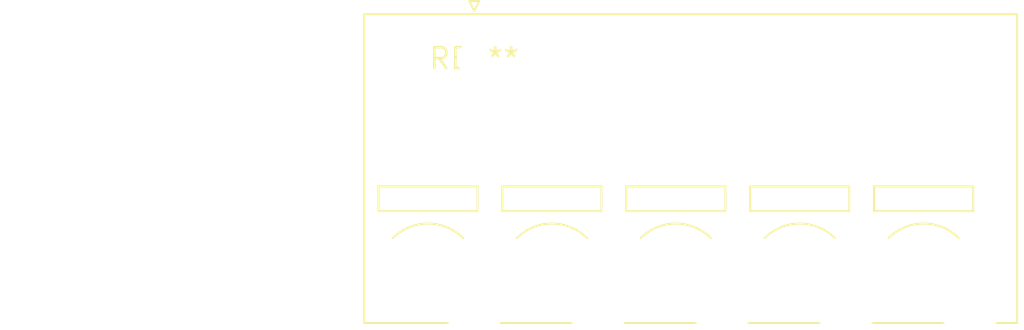
<source format=kicad_pcb>
(kicad_pcb (version 20240108) (generator pcbnew)
  (layers (0 "F.Cu" signal) (31 "B.Cu" signal) (34 "B.Paste" user) (35 "F.Paste" user) (36 "B.SilkS" user "B.Silkscreen") (37 "F.SilkS" user "F.Silkscreen") (38 "B.Mask" user) (39 "F.Mask" user) (44 "Edge.Cuts" user))
  (net 0 "")
  (footprint "PhoenixContact_SPT_5_5-V-7.5-ZB_1x05_P7.5mm_Vertical" (layer "F.Cu") (at 0 0)
    (property "Reference" "REF**")
    (property "Value" "PhoenixContact_SPT_5_5-V-7.5-ZB_1x05_P7.5mm_Vertical")
    (fp_line (start -6.66 -2.69) (end 32.86 -2.69) (layer "F.SilkS") (stroke (width 0.12)))
    (fp_line (start -6.66 16.03) (end -6.66 -2.69) (layer "F.SilkS") (stroke (width 0.12)))
    (fp_line (start -6.66 16.03) (end -1.6 16.03) (layer "F.SilkS") (stroke (width 0.12)))
    (fp_line (start -5.8 7.75) (end -5.8 9.25) (layer "F.SilkS") (stroke (width 0.12)))
    (fp_line (start -5.8 9.25) (end 0.2 9.25) (layer "F.SilkS") (stroke (width 0.12)))
    (fp_line (start -0.3 -3.49) (end 0 -2.89) (layer "F.SilkS") (stroke (width 0.12)))
    (fp_line (start -0.3 -3.49) (end 0.3 -3.49) (layer "F.SilkS") (stroke (width 0.12)))
    (fp_line (start 0.2 7.75) (end -5.8 7.75) (layer "F.SilkS") (stroke (width 0.12)))
    (fp_line (start 0.2 9.25) (end 0.2 7.75) (layer "F.SilkS") (stroke (width 0.12)))
    (fp_line (start 0.3 -3.49) (end 0 -2.89) (layer "F.SilkS") (stroke (width 0.12)))
    (fp_line (start 1.6 16.03) (end 5.9 16.03) (layer "F.SilkS") (stroke (width 0.12)))
    (fp_line (start 1.7 7.75) (end 1.7 9.25) (layer "F.SilkS") (stroke (width 0.12)))
    (fp_line (start 1.7 9.25) (end 7.7 9.25) (layer "F.SilkS") (stroke (width 0.12)))
    (fp_line (start 7.7 7.75) (end 1.7 7.75) (layer "F.SilkS") (stroke (width 0.12)))
    (fp_line (start 7.7 9.25) (end 7.7 7.75) (layer "F.SilkS") (stroke (width 0.12)))
    (fp_line (start 9.1 16.03) (end 13.4 16.03) (layer "F.SilkS") (stroke (width 0.12)))
    (fp_line (start 9.2 7.75) (end 9.2 9.25) (layer "F.SilkS") (stroke (width 0.12)))
    (fp_line (start 9.2 9.25) (end 15.2 9.25) (layer "F.SilkS") (stroke (width 0.12)))
    (fp_line (start 15.2 7.75) (end 9.2 7.75) (layer "F.SilkS") (stroke (width 0.12)))
    (fp_line (start 15.2 9.25) (end 15.2 7.75) (layer "F.SilkS") (stroke (width 0.12)))
    (fp_line (start 16.6 16.03) (end 20.9 16.03) (layer "F.SilkS") (stroke (width 0.12)))
    (fp_line (start 16.7 7.75) (end 16.7 9.25) (layer "F.SilkS") (stroke (width 0.12)))
    (fp_line (start 16.7 9.25) (end 22.7 9.25) (layer "F.SilkS") (stroke (width 0.12)))
    (fp_line (start 22.7 7.75) (end 16.7 7.75) (layer "F.SilkS") (stroke (width 0.12)))
    (fp_line (start 22.7 9.25) (end 22.7 7.75) (layer "F.SilkS") (stroke (width 0.12)))
    (fp_line (start 24.1 16.03) (end 28.4 16.03) (layer "F.SilkS") (stroke (width 0.12)))
    (fp_line (start 24.2 7.75) (end 24.2 9.25) (layer "F.SilkS") (stroke (width 0.12)))
    (fp_line (start 24.2 9.25) (end 30.2 9.25) (layer "F.SilkS") (stroke (width 0.12)))
    (fp_line (start 30.2 7.75) (end 24.2 7.75) (layer "F.SilkS") (stroke (width 0.12)))
    (fp_line (start 30.2 9.25) (end 30.2 7.75) (layer "F.SilkS") (stroke (width 0.12)))
    (fp_line (start 31.6 16.03) (end 32.86 16.03) (layer "F.SilkS") (stroke (width 0.12)))
    (fp_line (start 32.86 -2.69) (end 32.86 16.03) (layer "F.SilkS") (stroke (width 0.12)))
    (fp_arc (start -4.92132 10.87868) (mid -2.8 10) (end -0.67868 10.87868) (layer "F.SilkS") (stroke (width 0.12)))
    (fp_arc (start 2.57868 10.87868) (mid 4.7 10) (end 6.82132 10.87868) (layer "F.SilkS") (stroke (width 0.12)))
    (fp_arc (start 10.07868 10.87868) (mid 12.2 10) (end 14.32132 10.87868) (layer "F.SilkS") (stroke (width 0.12)))
    (fp_arc (start 17.57868 10.87868) (mid 19.7 10) (end 21.82132 10.87868) (layer "F.SilkS") (stroke (width 0.12)))
    (fp_arc (start 25.07868 10.87868) (mid 27.2 10) (end 29.32132 10.87868) (layer "F.SilkS") (stroke (width 0.12)))
    (pad "1" thru_hole roundrect (at 0 0) (size 2.8 4.3) (drill 2.1) (layers *.Cu *.Mask) (remove_unused_layers) (roundrect_rratio 0.089286))
    (pad "2" thru_hole oval (at 7.5 14) (size 2.8 4.3) (drill 2.1) (layers *.Cu *.Mask) (remove_unused_layers))
    (pad "3" thru_hole oval (at 15 0) (size 2.8 4.3) (drill 2.1) (layers *.Cu *.Mask) (remove_unused_layers))
    (pad "4" thru_hole oval (at 22.5 14) (size 2.8 4.3) (drill 2.1) (layers *.Cu *.Mask) (remove_unused_layers))
    (pad "5" thru_hole oval (at 30 0) (size 2.8 4.3) (drill 2.1) (layers *.Cu *.Mask) (remove_unused_layers))
  )
)
</source>
